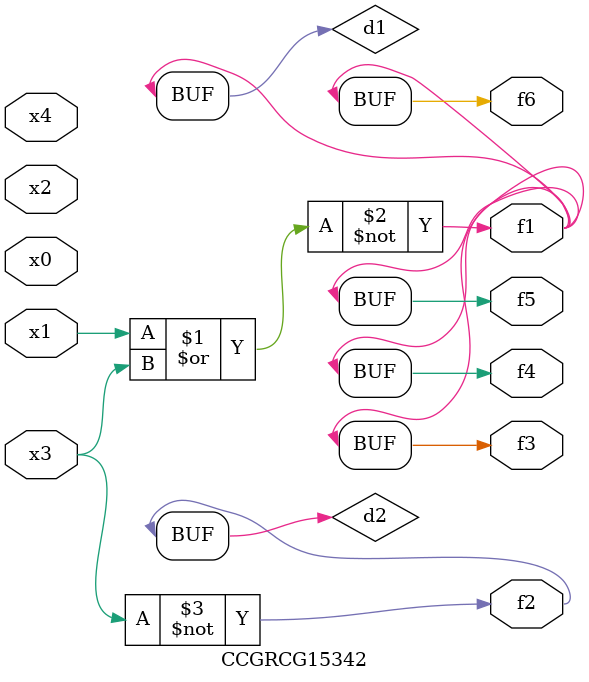
<source format=v>
module CCGRCG15342(
	input x0, x1, x2, x3, x4,
	output f1, f2, f3, f4, f5, f6
);

	wire d1, d2;

	nor (d1, x1, x3);
	not (d2, x3);
	assign f1 = d1;
	assign f2 = d2;
	assign f3 = d1;
	assign f4 = d1;
	assign f5 = d1;
	assign f6 = d1;
endmodule

</source>
